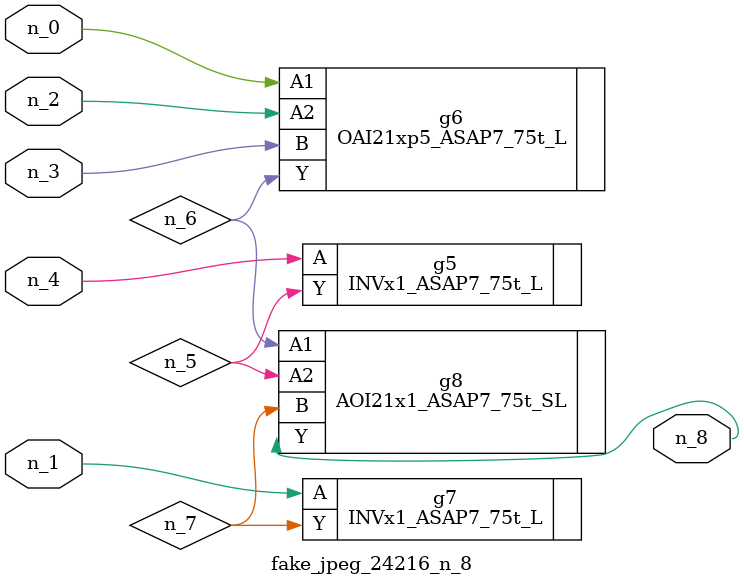
<source format=v>
module fake_jpeg_24216_n_8 (n_3, n_2, n_1, n_0, n_4, n_8);

input n_3;
input n_2;
input n_1;
input n_0;
input n_4;

output n_8;

wire n_6;
wire n_5;
wire n_7;

INVx1_ASAP7_75t_L g5 ( 
.A(n_4),
.Y(n_5)
);

OAI21xp5_ASAP7_75t_L g6 ( 
.A1(n_0),
.A2(n_2),
.B(n_3),
.Y(n_6)
);

INVx1_ASAP7_75t_L g7 ( 
.A(n_1),
.Y(n_7)
);

AOI21x1_ASAP7_75t_SL g8 ( 
.A1(n_6),
.A2(n_5),
.B(n_7),
.Y(n_8)
);


endmodule
</source>
